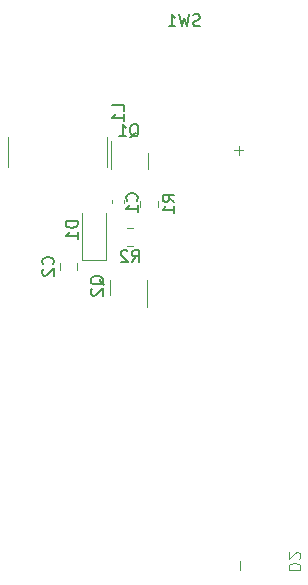
<source format=gbr>
%TF.GenerationSoftware,KiCad,Pcbnew,7.0.1*%
%TF.CreationDate,2024-04-03T13:53:06+02:00*%
%TF.ProjectId,filament,66696c61-6d65-46e7-942e-6b696361645f,rev?*%
%TF.SameCoordinates,Original*%
%TF.FileFunction,Legend,Bot*%
%TF.FilePolarity,Positive*%
%FSLAX46Y46*%
G04 Gerber Fmt 4.6, Leading zero omitted, Abs format (unit mm)*
G04 Created by KiCad (PCBNEW 7.0.1) date 2024-04-03 13:53:06*
%MOMM*%
%LPD*%
G01*
G04 APERTURE LIST*
%ADD10C,0.120000*%
%ADD11C,0.100000*%
%ADD12C,0.150000*%
G04 APERTURE END LIST*
D10*
%TO.C,D2*%
X148537380Y-115398094D02*
X149537380Y-115398094D01*
X149537380Y-115398094D02*
X149537380Y-115159999D01*
X149537380Y-115159999D02*
X149489761Y-115017142D01*
X149489761Y-115017142D02*
X149394523Y-114921904D01*
X149394523Y-114921904D02*
X149299285Y-114874285D01*
X149299285Y-114874285D02*
X149108809Y-114826666D01*
X149108809Y-114826666D02*
X148965952Y-114826666D01*
X148965952Y-114826666D02*
X148775476Y-114874285D01*
X148775476Y-114874285D02*
X148680238Y-114921904D01*
X148680238Y-114921904D02*
X148585000Y-115017142D01*
X148585000Y-115017142D02*
X148537380Y-115159999D01*
X148537380Y-115159999D02*
X148537380Y-115398094D01*
X149442142Y-114445713D02*
X149489761Y-114398094D01*
X149489761Y-114398094D02*
X149537380Y-114302856D01*
X149537380Y-114302856D02*
X149537380Y-114064761D01*
X149537380Y-114064761D02*
X149489761Y-113969523D01*
X149489761Y-113969523D02*
X149442142Y-113921904D01*
X149442142Y-113921904D02*
X149346904Y-113874285D01*
X149346904Y-113874285D02*
X149251666Y-113874285D01*
X149251666Y-113874285D02*
X149108809Y-113921904D01*
X149108809Y-113921904D02*
X148537380Y-114493332D01*
X148537380Y-114493332D02*
X148537380Y-113874285D01*
D11*
X144383333Y-115441904D02*
X144383333Y-114680000D01*
X144293333Y-80261904D02*
X144293333Y-79500000D01*
X143912380Y-79880952D02*
X144674285Y-79880952D01*
D12*
%TO.C,R1*%
X138862619Y-84233333D02*
X138386428Y-83900000D01*
X138862619Y-83661905D02*
X137862619Y-83661905D01*
X137862619Y-83661905D02*
X137862619Y-84042857D01*
X137862619Y-84042857D02*
X137910238Y-84138095D01*
X137910238Y-84138095D02*
X137957857Y-84185714D01*
X137957857Y-84185714D02*
X138053095Y-84233333D01*
X138053095Y-84233333D02*
X138195952Y-84233333D01*
X138195952Y-84233333D02*
X138291190Y-84185714D01*
X138291190Y-84185714D02*
X138338809Y-84138095D01*
X138338809Y-84138095D02*
X138386428Y-84042857D01*
X138386428Y-84042857D02*
X138386428Y-83661905D01*
X138862619Y-85185714D02*
X138862619Y-84614286D01*
X138862619Y-84900000D02*
X137862619Y-84900000D01*
X137862619Y-84900000D02*
X138005476Y-84804762D01*
X138005476Y-84804762D02*
X138100714Y-84709524D01*
X138100714Y-84709524D02*
X138148333Y-84614286D01*
%TO.C,D1*%
X130662619Y-85861905D02*
X129662619Y-85861905D01*
X129662619Y-85861905D02*
X129662619Y-86100000D01*
X129662619Y-86100000D02*
X129710238Y-86242857D01*
X129710238Y-86242857D02*
X129805476Y-86338095D01*
X129805476Y-86338095D02*
X129900714Y-86385714D01*
X129900714Y-86385714D02*
X130091190Y-86433333D01*
X130091190Y-86433333D02*
X130234047Y-86433333D01*
X130234047Y-86433333D02*
X130424523Y-86385714D01*
X130424523Y-86385714D02*
X130519761Y-86338095D01*
X130519761Y-86338095D02*
X130615000Y-86242857D01*
X130615000Y-86242857D02*
X130662619Y-86100000D01*
X130662619Y-86100000D02*
X130662619Y-85861905D01*
X130662619Y-87385714D02*
X130662619Y-86814286D01*
X130662619Y-87100000D02*
X129662619Y-87100000D01*
X129662619Y-87100000D02*
X129805476Y-87004762D01*
X129805476Y-87004762D02*
X129900714Y-86909524D01*
X129900714Y-86909524D02*
X129948333Y-86814286D01*
%TO.C,Q1*%
X135095238Y-78757857D02*
X135190476Y-78710238D01*
X135190476Y-78710238D02*
X135285714Y-78615000D01*
X135285714Y-78615000D02*
X135428571Y-78472142D01*
X135428571Y-78472142D02*
X135523809Y-78424523D01*
X135523809Y-78424523D02*
X135619047Y-78424523D01*
X135571428Y-78662619D02*
X135666666Y-78615000D01*
X135666666Y-78615000D02*
X135761904Y-78519761D01*
X135761904Y-78519761D02*
X135809523Y-78329285D01*
X135809523Y-78329285D02*
X135809523Y-77995952D01*
X135809523Y-77995952D02*
X135761904Y-77805476D01*
X135761904Y-77805476D02*
X135666666Y-77710238D01*
X135666666Y-77710238D02*
X135571428Y-77662619D01*
X135571428Y-77662619D02*
X135380952Y-77662619D01*
X135380952Y-77662619D02*
X135285714Y-77710238D01*
X135285714Y-77710238D02*
X135190476Y-77805476D01*
X135190476Y-77805476D02*
X135142857Y-77995952D01*
X135142857Y-77995952D02*
X135142857Y-78329285D01*
X135142857Y-78329285D02*
X135190476Y-78519761D01*
X135190476Y-78519761D02*
X135285714Y-78615000D01*
X135285714Y-78615000D02*
X135380952Y-78662619D01*
X135380952Y-78662619D02*
X135571428Y-78662619D01*
X134190476Y-78662619D02*
X134761904Y-78662619D01*
X134476190Y-78662619D02*
X134476190Y-77662619D01*
X134476190Y-77662619D02*
X134571428Y-77805476D01*
X134571428Y-77805476D02*
X134666666Y-77900714D01*
X134666666Y-77900714D02*
X134761904Y-77948333D01*
%TO.C,L1*%
X134562619Y-76533333D02*
X134562619Y-76057143D01*
X134562619Y-76057143D02*
X133562619Y-76057143D01*
X134562619Y-77390476D02*
X134562619Y-76819048D01*
X134562619Y-77104762D02*
X133562619Y-77104762D01*
X133562619Y-77104762D02*
X133705476Y-77009524D01*
X133705476Y-77009524D02*
X133800714Y-76914286D01*
X133800714Y-76914286D02*
X133848333Y-76819048D01*
%TO.C,R2*%
X135266666Y-89312619D02*
X135599999Y-88836428D01*
X135838094Y-89312619D02*
X135838094Y-88312619D01*
X135838094Y-88312619D02*
X135457142Y-88312619D01*
X135457142Y-88312619D02*
X135361904Y-88360238D01*
X135361904Y-88360238D02*
X135314285Y-88407857D01*
X135314285Y-88407857D02*
X135266666Y-88503095D01*
X135266666Y-88503095D02*
X135266666Y-88645952D01*
X135266666Y-88645952D02*
X135314285Y-88741190D01*
X135314285Y-88741190D02*
X135361904Y-88788809D01*
X135361904Y-88788809D02*
X135457142Y-88836428D01*
X135457142Y-88836428D02*
X135838094Y-88836428D01*
X134885713Y-88407857D02*
X134838094Y-88360238D01*
X134838094Y-88360238D02*
X134742856Y-88312619D01*
X134742856Y-88312619D02*
X134504761Y-88312619D01*
X134504761Y-88312619D02*
X134409523Y-88360238D01*
X134409523Y-88360238D02*
X134361904Y-88407857D01*
X134361904Y-88407857D02*
X134314285Y-88503095D01*
X134314285Y-88503095D02*
X134314285Y-88598333D01*
X134314285Y-88598333D02*
X134361904Y-88741190D01*
X134361904Y-88741190D02*
X134933332Y-89312619D01*
X134933332Y-89312619D02*
X134314285Y-89312619D01*
%TO.C,Q2*%
X132886453Y-91267261D02*
X132838834Y-91172023D01*
X132838834Y-91172023D02*
X132743596Y-91076785D01*
X132743596Y-91076785D02*
X132600738Y-90933928D01*
X132600738Y-90933928D02*
X132553119Y-90838690D01*
X132553119Y-90838690D02*
X132553119Y-90743452D01*
X132791215Y-90791071D02*
X132743596Y-90695833D01*
X132743596Y-90695833D02*
X132648357Y-90600595D01*
X132648357Y-90600595D02*
X132457881Y-90552976D01*
X132457881Y-90552976D02*
X132124548Y-90552976D01*
X132124548Y-90552976D02*
X131934072Y-90600595D01*
X131934072Y-90600595D02*
X131838834Y-90695833D01*
X131838834Y-90695833D02*
X131791215Y-90791071D01*
X131791215Y-90791071D02*
X131791215Y-90981547D01*
X131791215Y-90981547D02*
X131838834Y-91076785D01*
X131838834Y-91076785D02*
X131934072Y-91172023D01*
X131934072Y-91172023D02*
X132124548Y-91219642D01*
X132124548Y-91219642D02*
X132457881Y-91219642D01*
X132457881Y-91219642D02*
X132648357Y-91172023D01*
X132648357Y-91172023D02*
X132743596Y-91076785D01*
X132743596Y-91076785D02*
X132791215Y-90981547D01*
X132791215Y-90981547D02*
X132791215Y-90791071D01*
X131886453Y-91600595D02*
X131838834Y-91648214D01*
X131838834Y-91648214D02*
X131791215Y-91743452D01*
X131791215Y-91743452D02*
X131791215Y-91981547D01*
X131791215Y-91981547D02*
X131838834Y-92076785D01*
X131838834Y-92076785D02*
X131886453Y-92124404D01*
X131886453Y-92124404D02*
X131981691Y-92172023D01*
X131981691Y-92172023D02*
X132076929Y-92172023D01*
X132076929Y-92172023D02*
X132219786Y-92124404D01*
X132219786Y-92124404D02*
X132791215Y-91552976D01*
X132791215Y-91552976D02*
X132791215Y-92172023D01*
%TO.C,C2*%
X128565976Y-89533333D02*
X128613596Y-89485714D01*
X128613596Y-89485714D02*
X128661215Y-89342857D01*
X128661215Y-89342857D02*
X128661215Y-89247619D01*
X128661215Y-89247619D02*
X128613596Y-89104762D01*
X128613596Y-89104762D02*
X128518357Y-89009524D01*
X128518357Y-89009524D02*
X128423119Y-88961905D01*
X128423119Y-88961905D02*
X128232643Y-88914286D01*
X128232643Y-88914286D02*
X128089786Y-88914286D01*
X128089786Y-88914286D02*
X127899310Y-88961905D01*
X127899310Y-88961905D02*
X127804072Y-89009524D01*
X127804072Y-89009524D02*
X127708834Y-89104762D01*
X127708834Y-89104762D02*
X127661215Y-89247619D01*
X127661215Y-89247619D02*
X127661215Y-89342857D01*
X127661215Y-89342857D02*
X127708834Y-89485714D01*
X127708834Y-89485714D02*
X127756453Y-89533333D01*
X127756453Y-89914286D02*
X127708834Y-89961905D01*
X127708834Y-89961905D02*
X127661215Y-90057143D01*
X127661215Y-90057143D02*
X127661215Y-90295238D01*
X127661215Y-90295238D02*
X127708834Y-90390476D01*
X127708834Y-90390476D02*
X127756453Y-90438095D01*
X127756453Y-90438095D02*
X127851691Y-90485714D01*
X127851691Y-90485714D02*
X127946929Y-90485714D01*
X127946929Y-90485714D02*
X128089786Y-90438095D01*
X128089786Y-90438095D02*
X128661215Y-89866667D01*
X128661215Y-89866667D02*
X128661215Y-90485714D01*
%TO.C,SW1*%
X141033332Y-69315000D02*
X140890475Y-69362619D01*
X140890475Y-69362619D02*
X140652380Y-69362619D01*
X140652380Y-69362619D02*
X140557142Y-69315000D01*
X140557142Y-69315000D02*
X140509523Y-69267380D01*
X140509523Y-69267380D02*
X140461904Y-69172142D01*
X140461904Y-69172142D02*
X140461904Y-69076904D01*
X140461904Y-69076904D02*
X140509523Y-68981666D01*
X140509523Y-68981666D02*
X140557142Y-68934047D01*
X140557142Y-68934047D02*
X140652380Y-68886428D01*
X140652380Y-68886428D02*
X140842856Y-68838809D01*
X140842856Y-68838809D02*
X140938094Y-68791190D01*
X140938094Y-68791190D02*
X140985713Y-68743571D01*
X140985713Y-68743571D02*
X141033332Y-68648333D01*
X141033332Y-68648333D02*
X141033332Y-68553095D01*
X141033332Y-68553095D02*
X140985713Y-68457857D01*
X140985713Y-68457857D02*
X140938094Y-68410238D01*
X140938094Y-68410238D02*
X140842856Y-68362619D01*
X140842856Y-68362619D02*
X140604761Y-68362619D01*
X140604761Y-68362619D02*
X140461904Y-68410238D01*
X140128570Y-68362619D02*
X139890475Y-69362619D01*
X139890475Y-69362619D02*
X139699999Y-68648333D01*
X139699999Y-68648333D02*
X139509523Y-69362619D01*
X139509523Y-69362619D02*
X139271428Y-68362619D01*
X138366666Y-69362619D02*
X138938094Y-69362619D01*
X138652380Y-69362619D02*
X138652380Y-68362619D01*
X138652380Y-68362619D02*
X138747618Y-68505476D01*
X138747618Y-68505476D02*
X138842856Y-68600714D01*
X138842856Y-68600714D02*
X138938094Y-68648333D01*
%TO.C,C1*%
X135667380Y-84133333D02*
X135715000Y-84085714D01*
X135715000Y-84085714D02*
X135762619Y-83942857D01*
X135762619Y-83942857D02*
X135762619Y-83847619D01*
X135762619Y-83847619D02*
X135715000Y-83704762D01*
X135715000Y-83704762D02*
X135619761Y-83609524D01*
X135619761Y-83609524D02*
X135524523Y-83561905D01*
X135524523Y-83561905D02*
X135334047Y-83514286D01*
X135334047Y-83514286D02*
X135191190Y-83514286D01*
X135191190Y-83514286D02*
X135000714Y-83561905D01*
X135000714Y-83561905D02*
X134905476Y-83609524D01*
X134905476Y-83609524D02*
X134810238Y-83704762D01*
X134810238Y-83704762D02*
X134762619Y-83847619D01*
X134762619Y-83847619D02*
X134762619Y-83942857D01*
X134762619Y-83942857D02*
X134810238Y-84085714D01*
X134810238Y-84085714D02*
X134857857Y-84133333D01*
X135762619Y-85085714D02*
X135762619Y-84514286D01*
X135762619Y-84800000D02*
X134762619Y-84800000D01*
X134762619Y-84800000D02*
X134905476Y-84704762D01*
X134905476Y-84704762D02*
X135000714Y-84609524D01*
X135000714Y-84609524D02*
X135048333Y-84514286D01*
D10*
%TO.C,R1*%
X135965000Y-84172936D02*
X135965000Y-84627064D01*
X137435000Y-84172936D02*
X137435000Y-84627064D01*
%TO.C,D1*%
X133078596Y-89160000D02*
X133078596Y-85150000D01*
X133078596Y-89160000D02*
X131078596Y-89160000D01*
X131078596Y-89160000D02*
X131078596Y-85150000D01*
%TO.C,Q1*%
X133473596Y-80760000D02*
X133473596Y-81410000D01*
X133473596Y-80760000D02*
X133473596Y-79085000D01*
X136593596Y-80760000D02*
X136593596Y-81410000D01*
X136593596Y-80760000D02*
X136593596Y-80110000D01*
%TO.C,L1*%
X124778596Y-81250000D02*
X124778596Y-78750000D01*
X133178596Y-78750000D02*
X133178596Y-81250000D01*
%TO.C,R2*%
X134872936Y-87935000D02*
X135327064Y-87935000D01*
X134872936Y-86465000D02*
X135327064Y-86465000D01*
%TO.C,Q2*%
X136510000Y-91462500D02*
X136510000Y-90812500D01*
X136510000Y-91462500D02*
X136510000Y-93137500D01*
X133390000Y-91462500D02*
X133390000Y-90812500D01*
X133390000Y-91462500D02*
X133390000Y-92112500D01*
%TO.C,C2*%
X129143596Y-89438748D02*
X129143596Y-89961252D01*
X130613596Y-89438748D02*
X130613596Y-89961252D01*
%TO.C,C1*%
X133568596Y-84059420D02*
X133568596Y-84340580D01*
X134588596Y-84059420D02*
X134588596Y-84340580D01*
%TD*%
M02*

</source>
